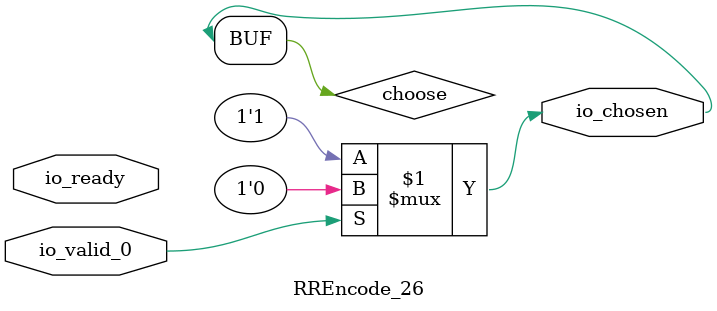
<source format=v>
module RREncode_26(
    input  io_valid_0,
    output io_chosen,
    input  io_ready);
  wire choose;
  assign io_chosen = choose;
  assign choose = io_valid_0 ? 1'h0 : 1'h1;
endmodule
</source>
